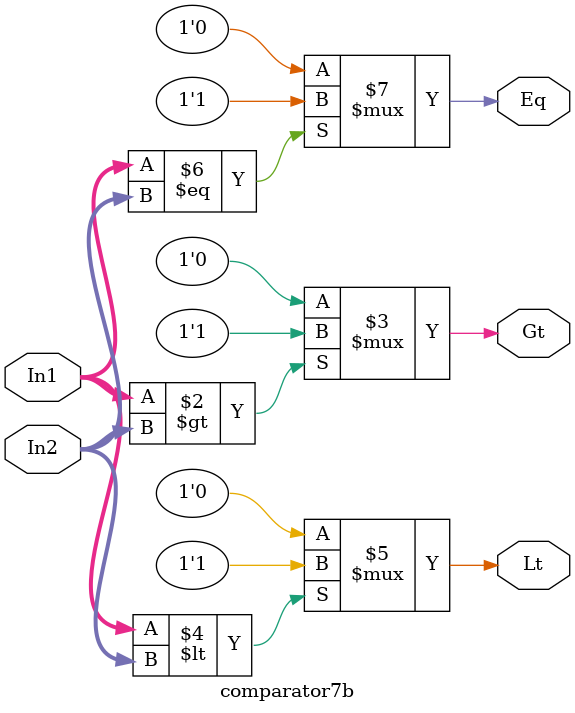
<source format=v>

module comparator7b (In1, In2, Gt, Lt, Eq); 
input [6:0]  In1, In2; 
output	Gt, Lt, Eq; 
reg	Gt, Lt, Eq; 
always @ (In1 or In2) 
  begin 
    Gt <= ( In1 > In2 )? 1'b1 : 1'b0; 
    Lt <= ( In1 < In2 )? 1'b1 : 1'b0; 
    Eq <= ( In1 == In2)? 1'b1 : 1'b0; 
  end
endmodule
</source>
